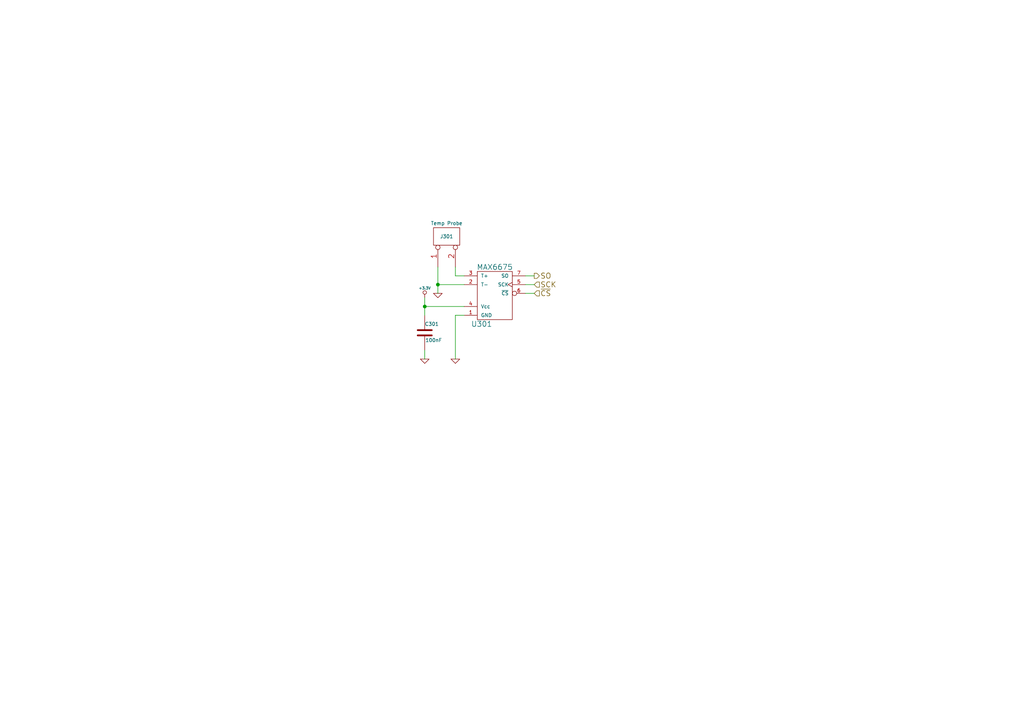
<source format=kicad_sch>
(kicad_sch (version 20211123) (generator eeschema)
  (paper "A4")
  (title_block (title "K-Type Temperature Sensor"))
  (lib_symbols
    (symbol "components:MAX6675" (pin_names (offset 1.016))
      (property "Reference" "U" (at -3.81 -7.62 0))
      (property "Value" "MAX6675" (at 0 8.89 0))
      (symbol "MAX6675_0_1"
        (rectangle (start -5.08 7.62) (end 5.08 -6.35))
        (polyline (pts (xy 8.8392 1.1938) (xy 8.8392 1.1938)))
      )
      (symbol "MAX6675_1_1"
        (pin power_in line (at -8.89 -5.08 0) (length 3.81) (name "GND") (number "1"))
        (pin input line (at -8.89 3.81 0) (length 3.81) (name "T-") (number "2"))
        (pin input line (at -8.89 6.35 0) (length 3.81) (name "T+") (number "3"))
        (pin power_in line (at -8.89 -2.54 0) (length 3.81) (name "Vcc") (number "4"))
        (pin input clock (at 8.89 3.81 180) (length 3.81) (name "SCK") (number "5"))
        (pin input inverted (at 8.89 1.27 180) (length 3.81) (name "~{CS}") (number "6"))
        (pin tri_state line (at 8.89 6.35 180) (length 3.81) (name "SO") (number "7"))
      )
    )
    (symbol "robot_controller-rescue:+3.3V" (power) (pin_names (offset 0))
      (property "Value" "+3.3V" (at 0 2.794 0))
      (symbol "+3.3V_0_0"
        (pin power_in line (at 0 0 90) (length 0) hide (name "+3.3V") (number "1"))
      )
      (symbol "+3.3V_0_1"
        (polyline (pts (xy 0 0) (xy 0 1.016) (xy 0 1.016)))
        (circle (center 0 1.524) (radius 0.508))
      )
    )
    (symbol "robot_controller-rescue:C" (pin_numbers hide) (pin_names (offset 0.254))
      (property "Reference" "C" (at 0 2.54 0))
      (property "Value" "C" (at 0.1524 -2.159 0))
      (symbol "C_0_1"
        (polyline (pts (xy -2.032 -0.762) (xy 2.032 -0.762)) (stroke (width 0.508)))
        (polyline (pts (xy -2.032 0.762) (xy 2.032 0.762)) (stroke (width 0.508)))
      )
      (symbol "C_1_1"
        (pin passive line (at 0 5.08 270) (length 4.318) (name "~") (number "1"))
        (pin passive line (at 0 -5.08 90) (length 4.318) (name "~") (number "2"))
      )
    )
    (symbol "robot_controller-rescue:CONN_2" (pin_names (offset 1.016) hide)
      (property "Reference" "P" (at -1.27 0 90))
      (property "Value" "CONN_2" (at 1.27 0 90))
      (symbol "CONN_2_0_1"
        (rectangle (start -2.54 3.81) (end 2.54 -3.81))
      )
      (symbol "CONN_2_1_1"
        (pin passive inverted (at -8.89 2.54 0) (length 6.35) (name "P1") (number "1"))
        (pin passive inverted (at -8.89 -2.54 0) (length 6.35) (name "PM") (number "2"))
      )
    )
    (symbol "robot_controller-rescue:GND" (power) (pin_names (offset 0))
      (symbol "GND_0_1"
        (polyline (pts (xy -1.27 0) (xy 0 -1.27) (xy 1.27 0) (xy -1.27 0)))
      )
      (symbol "GND_1_1"
        (pin power_in line (at 0 0 90) (length 0) hide (name "GND") (number "1"))
      )
    )
  )
  (junction (at 123.19 88.9))
  (junction (at 127 82.55))
  (wire (pts (xy 132.08 77.47) (xy 132.08 80.01)))
  (wire (pts (xy 154.94 85.09) (xy 152.4 85.09)))
  (wire (pts (xy 132.08 80.01) (xy 134.62 80.01)))
  (wire (pts (xy 123.19 86.36) (xy 123.19 88.9)))
  (wire (pts (xy 154.94 82.55) (xy 152.4 82.55)))
  (wire (pts (xy 127 82.55) (xy 127 85.09)))
  (wire (pts (xy 134.62 91.44) (xy 132.08 91.44)))
  (wire (pts (xy 154.94 80.01) (xy 152.4 80.01)))
  (wire (pts (xy 123.19 88.9) (xy 123.19 91.44)))
  (wire (pts (xy 123.19 101.6) (xy 123.19 104.14)))
  (wire (pts (xy 127 82.55) (xy 134.62 82.55)))
  (wire (pts (xy 123.19 88.9) (xy 134.62 88.9)))
  (wire (pts (xy 127 77.47) (xy 127 82.55)))
  (wire (pts (xy 132.08 91.44) (xy 132.08 104.14)))
  (hierarchical_label "SCK" (shape input) (at 154.94 82.55 0) (effects (font (size 1.524 1.524))))
  (hierarchical_label "~{CS}" (shape input) (at 154.94 85.09 0) (effects (font (size 1.524 1.524))))
  (hierarchical_label "SO" (shape output) (at 154.94 80.01 0) (effects (font (size 1.524 1.524))))
  (symbol (lib_id "robot_controller-rescue:C") (at 123.19 96.52 0)
    (property "Reference" "C301" (at 123.19 93.98 0) (effects (font (size 1.016 1.016)) (justify left)))
    (property "Value" "100nF" (at 123.3424 98.679 0) (effects (font (size 1.016 1.016)) (justify left)))
    (property "Datasheet" "http://www.digikey.ca/product-detail/en/CL10F104ZA8NNNC/1276-1011-1-ND/3889097" (effects hide))
    (property "Digikey Number" "1276-1011-1-ND" (effects hide))
  )
  (symbol (lib_id "robot_controller-rescue:GND") (at 132.08 104.14 0)
    (property "Reference" "#PWR0124" (effects hide))
    (property "Value" "GND" (effects hide))
  )
  (symbol (lib_id "robot_controller-rescue:+3.3V") (at 123.19 86.36 0)
    (property "Reference" "#PWR0125" (effects hide))
    (property "Value" "+3.3V" (at 123.19 83.566 0) (effects (font (size 0.762 0.762))))
  )
  (symbol (lib_id "robot_controller-rescue:GND") (at 123.19 104.14 0)
    (property "Reference" "#PWR0126" (effects hide))
    (property "Value" "GND" (effects hide))
  )
  (symbol (lib_id "robot_controller-rescue:CONN_2") (at 129.54 68.58 90)
    (property "Reference" "J301" (at 129.54 68.58 90) (effects (font (size 1.016 1.016))))
    (property "Value" "Temp Probe" (at 129.54 64.77 90) (effects (font (size 1.016 1.016))))
    (property "Datasheet" "http://www.digikey.ca/product-search/en?vendor=0&keywords=1716020000" (effects hide))
    (property "Digikey Number" "281-1435-ND" (effects hide))
  )
  (symbol (lib_id "components:MAX6675") (at 143.51 86.36 0)
    (property "Reference" "U301" (at 139.7 93.98 0) (effects (font (size 1.524 1.524))))
    (property "Value" "MAX6675" (at 143.51 77.47 0) (effects (font (size 1.524 1.524))))
    (property "Datasheet" "http://www.digikey.ca/product-detail/en/MAX6675ISA%2BT/MAX6675ISA%2BTCT-ND/1859231" (effects hide))
    (property "Digikey Number" "MAX6675ISA+TCT-ND" (effects hide))
  )
  (symbol (lib_id "robot_controller-rescue:GND") (at 127 85.09 0)
    (property "Reference" "#PWR0127" (effects hide))
    (property "Value" "GND" (effects hide))
  )
)
</source>
